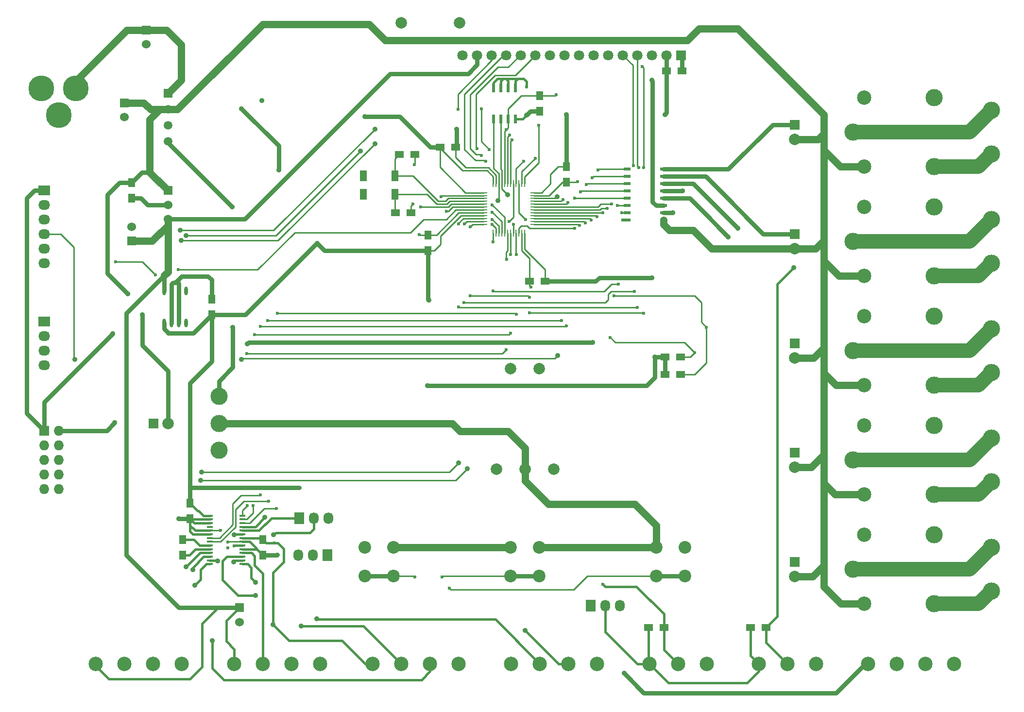
<source format=gbr>
G04 #@! TF.FileFunction,Copper,L1,Top,Signal*
%FSLAX46Y46*%
G04 Gerber Fmt 4.6, Leading zero omitted, Abs format (unit mm)*
G04 Created by KiCad (PCBNEW 0.201503150816+5513~22~ubuntu14.04.1-product) date Thu 23 Apr 2015 07:30:57 PM EDT*
%MOMM*%
G01*
G04 APERTURE LIST*
%ADD10C,0.100000*%
%ADD11R,1.300000X1.500000*%
%ADD12R,1.524000X1.524000*%
%ADD13C,1.524000*%
%ADD14C,1.998980*%
%ADD15R,1.699260X1.699260*%
%ADD16R,1.727200X2.032000*%
%ADD17O,1.727200X2.032000*%
%ADD18C,2.500000*%
%ADD19C,3.000000*%
%ADD20R,2.032000X1.727200*%
%ADD21O,2.032000X1.727200*%
%ADD22C,4.500000*%
%ADD23R,1.500000X1.300000*%
%ADD24C,2.200000*%
%ADD25C,2.000000*%
%ADD26C,1.800000*%
%ADD27R,1.800000X1.800000*%
%ADD28R,1.100000X0.400000*%
%ADD29O,0.609600X1.473200*%
%ADD30C,1.500000*%
%ADD31R,1.500000X1.500000*%
%ADD32R,1.727200X1.727200*%
%ADD33O,1.727200X1.727200*%
%ADD34R,1.300000X0.250000*%
%ADD35R,0.250000X1.300000*%
%ADD36R,0.600000X1.550000*%
%ADD37R,1.143000X0.508000*%
%ADD38R,1.300000X1.900000*%
%ADD39C,0.600000*%
%ADD40C,0.889000*%
%ADD41C,0.762000*%
%ADD42C,0.381000*%
%ADD43C,0.250000*%
%ADD44C,1.270000*%
%ADD45C,0.254000*%
%ADD46C,2.540000*%
G04 APERTURE END LIST*
D10*
D11*
X83820000Y-120570000D03*
X83820000Y-123270000D03*
X82550000Y-126920000D03*
X82550000Y-129620000D03*
X96520000Y-126920000D03*
X96520000Y-129620000D03*
X87630000Y-87710000D03*
X87630000Y-85010000D03*
D12*
X76200000Y-38120000D03*
D13*
X76200000Y-40620000D03*
D11*
X73660000Y-64690000D03*
X73660000Y-67390000D03*
D12*
X73660000Y-74910000D03*
D13*
X73660000Y-72410000D03*
D12*
X72390000Y-50820000D03*
D13*
X72390000Y-53320000D03*
D12*
X92456000Y-138831000D03*
D13*
X92456000Y-141331000D03*
D14*
X189230000Y-57150000D03*
D15*
X189230000Y-54610000D03*
D14*
X189230000Y-95250000D03*
D15*
X189230000Y-92710000D03*
D14*
X189230000Y-114300000D03*
D15*
X189230000Y-111760000D03*
D14*
X189230000Y-76200000D03*
D15*
X189230000Y-73660000D03*
D14*
X189230000Y-133350000D03*
D15*
X189230000Y-130810000D03*
D14*
X80010000Y-106680000D03*
D15*
X77470000Y-106680000D03*
D16*
X102870000Y-123190000D03*
D17*
X105410000Y-123190000D03*
X107950000Y-123190000D03*
D16*
X107823000Y-129667000D03*
D17*
X105283000Y-129667000D03*
X102743000Y-129667000D03*
D16*
X153670000Y-138430000D03*
D17*
X156210000Y-138430000D03*
X158750000Y-138430000D03*
D18*
X201340000Y-61930000D03*
D19*
X213540000Y-61930000D03*
X213590000Y-49880000D03*
D18*
X201340000Y-49930000D03*
D19*
X199390000Y-55880000D03*
D18*
X201340000Y-80980000D03*
D19*
X213540000Y-80980000D03*
X213590000Y-68930000D03*
D18*
X201340000Y-68980000D03*
D19*
X199390000Y-74930000D03*
D18*
X201340000Y-100030000D03*
D19*
X213540000Y-100030000D03*
X213590000Y-87980000D03*
D18*
X201340000Y-88030000D03*
D19*
X199390000Y-93980000D03*
D18*
X201340000Y-138130000D03*
D19*
X213540000Y-138130000D03*
X213590000Y-126080000D03*
D18*
X201340000Y-126130000D03*
D19*
X199390000Y-132080000D03*
D18*
X201340000Y-119080000D03*
D19*
X213540000Y-119080000D03*
X213590000Y-107030000D03*
D18*
X201340000Y-107080000D03*
D19*
X199390000Y-113030000D03*
D20*
X58420000Y-88900000D03*
D21*
X58420000Y-91440000D03*
X58420000Y-93980000D03*
X58420000Y-96520000D03*
D20*
X58420000Y-66040000D03*
D21*
X58420000Y-68580000D03*
X58420000Y-71120000D03*
X58420000Y-73660000D03*
X58420000Y-76200000D03*
X58420000Y-78740000D03*
D18*
X82430000Y-148590000D03*
X77430000Y-148590000D03*
X72430000Y-148590000D03*
X67430000Y-148590000D03*
X106560000Y-148590000D03*
X101560000Y-148590000D03*
X96560000Y-148590000D03*
X91560000Y-148590000D03*
X130690000Y-148590000D03*
X125690000Y-148590000D03*
X120690000Y-148590000D03*
X115690000Y-148590000D03*
X154820000Y-148590000D03*
X149820000Y-148590000D03*
X144820000Y-148590000D03*
X139820000Y-148590000D03*
D19*
X223520000Y-52070000D03*
X223520000Y-59690000D03*
X223520000Y-71120000D03*
X223520000Y-78740000D03*
X223520000Y-90170000D03*
X223520000Y-97790000D03*
X223520000Y-128270000D03*
X223520000Y-135890000D03*
X223520000Y-109220000D03*
X223520000Y-116840000D03*
D18*
X217050000Y-148590000D03*
X212050000Y-148590000D03*
X207050000Y-148590000D03*
X202050000Y-148590000D03*
X173910000Y-148590000D03*
X163910000Y-148590000D03*
X168910000Y-148590000D03*
X192960000Y-148590000D03*
X182960000Y-148590000D03*
X187960000Y-148590000D03*
D22*
X57960000Y-48260000D03*
X63960000Y-48260000D03*
X60960000Y-52960000D03*
D14*
X120650000Y-36830000D03*
X130810000Y-36830000D03*
D23*
X169371000Y-98171000D03*
X166671000Y-98171000D03*
X166450000Y-142240000D03*
X163750000Y-142240000D03*
X184230000Y-142240000D03*
X181530000Y-142240000D03*
X169371000Y-95123000D03*
X166671000Y-95123000D03*
D24*
X139740000Y-128310000D03*
X144740000Y-133310000D03*
X144740000Y-128310000D03*
X139740000Y-133310000D03*
X114340000Y-128310000D03*
X119340000Y-133310000D03*
X119340000Y-128310000D03*
X114340000Y-133310000D03*
X165140000Y-128310000D03*
X170140000Y-133310000D03*
X170140000Y-128310000D03*
X165140000Y-133310000D03*
D25*
X137240000Y-114640000D03*
X142240000Y-114640000D03*
X147240000Y-114640000D03*
X139740000Y-97140000D03*
X144740000Y-97140000D03*
D19*
X88900000Y-111380000D03*
X88900000Y-101980000D03*
X88900000Y-106680000D03*
D26*
X133910000Y-42500000D03*
X131370000Y-42500000D03*
X136450000Y-42500000D03*
X161850000Y-42500000D03*
X149150000Y-42500000D03*
X146610000Y-42500000D03*
X144070000Y-42500000D03*
X141530000Y-42500000D03*
X151690000Y-42500000D03*
X154230000Y-42500000D03*
X156770000Y-42500000D03*
X138990000Y-42500000D03*
X159310000Y-42500000D03*
X164390000Y-42500000D03*
X166930000Y-42500000D03*
D27*
X169470000Y-42500000D03*
D28*
X87320000Y-122775000D03*
X87320000Y-123425000D03*
X87320000Y-124075000D03*
X87320000Y-124725000D03*
X87320000Y-125375000D03*
X87320000Y-126025000D03*
X87320000Y-126675000D03*
X87320000Y-127325000D03*
X87320000Y-127975000D03*
X87320000Y-128625000D03*
X87320000Y-129275000D03*
X87320000Y-129925000D03*
X87320000Y-130575000D03*
X87320000Y-131225000D03*
X93020000Y-131225000D03*
X93020000Y-130575000D03*
X93020000Y-129925000D03*
X93020000Y-129275000D03*
X93020000Y-128625000D03*
X93020000Y-127975000D03*
X93020000Y-127325000D03*
X93020000Y-126675000D03*
X93020000Y-126025000D03*
X93020000Y-125375000D03*
X93020000Y-124725000D03*
X93020000Y-124075000D03*
X93020000Y-123425000D03*
X93020000Y-122775000D03*
D13*
X80010000Y-71080000D03*
D12*
X80010000Y-66080000D03*
D13*
X80010000Y-68580000D03*
D29*
X79375000Y-89154000D03*
X80645000Y-89154000D03*
X81915000Y-89154000D03*
X83185000Y-89154000D03*
X83185000Y-83566000D03*
X81915000Y-83566000D03*
X80645000Y-83566000D03*
X79375000Y-83566000D03*
D30*
X80010000Y-57540000D03*
D31*
X80010000Y-49140000D03*
D30*
X80010000Y-51940000D03*
X80010000Y-54740000D03*
D32*
X58420000Y-107950000D03*
D33*
X60960000Y-107950000D03*
X58420000Y-110490000D03*
X60960000Y-110490000D03*
X58420000Y-113030000D03*
X60960000Y-113030000D03*
X58420000Y-115570000D03*
X60960000Y-115570000D03*
X58420000Y-118110000D03*
X60960000Y-118110000D03*
D11*
X144780000Y-52277000D03*
X144780000Y-49577000D03*
X149479000Y-61896000D03*
X149479000Y-64596000D03*
D23*
X145749000Y-81915000D03*
X143049000Y-81915000D03*
D11*
X125349000Y-76534000D03*
X125349000Y-73834000D03*
D23*
X127428000Y-58547000D03*
X130128000Y-58547000D03*
X123016000Y-59817000D03*
X120316000Y-59817000D03*
X122381000Y-69977000D03*
X119681000Y-69977000D03*
X166925000Y-45212000D03*
X169625000Y-45212000D03*
D34*
X135096000Y-66465000D03*
X135096000Y-66965000D03*
X135096000Y-67465000D03*
X135096000Y-67965000D03*
X135096000Y-68465000D03*
X135096000Y-68965000D03*
X135096000Y-69465000D03*
X135096000Y-69965000D03*
X135096000Y-70465000D03*
X135096000Y-70965000D03*
X135096000Y-71465000D03*
X135096000Y-71965000D03*
D35*
X136696000Y-73565000D03*
X137196000Y-73565000D03*
X137696000Y-73565000D03*
X138196000Y-73565000D03*
X138696000Y-73565000D03*
X139196000Y-73565000D03*
X139696000Y-73565000D03*
X140196000Y-73565000D03*
X140696000Y-73565000D03*
X141196000Y-73565000D03*
X141696000Y-73565000D03*
X142196000Y-73565000D03*
D34*
X143796000Y-71965000D03*
X143796000Y-71465000D03*
X143796000Y-70965000D03*
X143796000Y-70465000D03*
X143796000Y-69965000D03*
X143796000Y-69465000D03*
X143796000Y-68965000D03*
X143796000Y-68465000D03*
X143796000Y-67965000D03*
X143796000Y-67465000D03*
X143796000Y-66965000D03*
X143796000Y-66465000D03*
D35*
X142196000Y-64865000D03*
X141696000Y-64865000D03*
X141196000Y-64865000D03*
X140696000Y-64865000D03*
X140196000Y-64865000D03*
X139696000Y-64865000D03*
X139196000Y-64865000D03*
X138696000Y-64865000D03*
X138196000Y-64865000D03*
X137696000Y-64865000D03*
X137196000Y-64865000D03*
X136696000Y-64865000D03*
D36*
X140589000Y-48227000D03*
X139319000Y-48227000D03*
X138049000Y-48227000D03*
X136779000Y-48227000D03*
X136779000Y-53627000D03*
X138049000Y-53627000D03*
X139319000Y-53627000D03*
X140589000Y-53627000D03*
D37*
X166370000Y-62357000D03*
X166370000Y-64897000D03*
X166370000Y-66167000D03*
X166370000Y-67437000D03*
X166370000Y-68707000D03*
X166370000Y-69977000D03*
X166370000Y-71247000D03*
X160020000Y-71247000D03*
X160020000Y-69977000D03*
X160020000Y-68707000D03*
X160020000Y-67437000D03*
X160020000Y-66167000D03*
X160020000Y-64897000D03*
X160020000Y-63627000D03*
X160020000Y-62357000D03*
X166370000Y-63627000D03*
D38*
X114090000Y-66751000D03*
X119590000Y-66751000D03*
X119590000Y-63551000D03*
X114090000Y-63551000D03*
D39*
X102870000Y-117856000D03*
D40*
X159512000Y-150241000D03*
X149479000Y-52832000D03*
X166624000Y-52832000D03*
X142494000Y-52959000D03*
X125222000Y-100076000D03*
X125476000Y-85217000D03*
X164338000Y-81280000D03*
X164846000Y-95123000D03*
X114300000Y-53213000D03*
X92837000Y-51816000D03*
X106045000Y-75311000D03*
X99314000Y-62484000D03*
X80137000Y-90932000D03*
X70358000Y-91059000D03*
D39*
X104267000Y-106680000D03*
X142494000Y-48006000D03*
X90424000Y-128397000D03*
X90424000Y-127381000D03*
X89154000Y-125349000D03*
D40*
X98980000Y-129620000D03*
X81915000Y-123317000D03*
X70739000Y-106553000D03*
D39*
X130302000Y-57023000D03*
D40*
X130302000Y-55372000D03*
X96393000Y-50419000D03*
X81280000Y-82169000D03*
D39*
X123825000Y-73787000D03*
X151384000Y-64516000D03*
X147701000Y-49403000D03*
X138938000Y-55499000D03*
X122936000Y-61595000D03*
X122682000Y-68453000D03*
X143256000Y-82931000D03*
X159258000Y-71247000D03*
X98552000Y-127508000D03*
X91567000Y-128016000D03*
D40*
X98298000Y-141732000D03*
X93853000Y-92837000D03*
X154051000Y-92583000D03*
X73025000Y-84074000D03*
X75565000Y-87757000D03*
X179324000Y-72644000D03*
X177673000Y-74168000D03*
X169672000Y-66167000D03*
X98425000Y-126111000D03*
X91567000Y-126111000D03*
X96901000Y-123063000D03*
D39*
X139954000Y-57277000D03*
D40*
X113538000Y-59182000D03*
X83185000Y-73914000D03*
D39*
X139573000Y-56388000D03*
D40*
X116078000Y-57912000D03*
X82296000Y-74803000D03*
D39*
X144653000Y-54737000D03*
D40*
X116078000Y-55372000D03*
X82169000Y-73025000D03*
X147828000Y-67183000D03*
X147955000Y-94869000D03*
X92837000Y-95504000D03*
X63754000Y-95504000D03*
D39*
X81788000Y-79883000D03*
X77851000Y-80772000D03*
X70866000Y-78486000D03*
D40*
X84328000Y-132207000D03*
X83185000Y-131699000D03*
X95250000Y-136652000D03*
X84709000Y-134874000D03*
X87757000Y-144526000D03*
X103251000Y-141986000D03*
X88646000Y-130683000D03*
X95250000Y-134366000D03*
X142240000Y-142748000D03*
X105918000Y-140716000D03*
X91440000Y-130810000D03*
D39*
X173863000Y-89916000D03*
X157353000Y-68453000D03*
X157734000Y-84455000D03*
X156591000Y-69215000D03*
X157099000Y-91694000D03*
X171831000Y-94361000D03*
X155829000Y-69977000D03*
X155829000Y-134747000D03*
X144018000Y-60452000D03*
D40*
X189103000Y-79502000D03*
X164338000Y-46863000D03*
D39*
X127635000Y-67183000D03*
X127762000Y-133477000D03*
X124079000Y-68961000D03*
X123063000Y-133477000D03*
X128524000Y-69723000D03*
X129032000Y-135382000D03*
X139446000Y-71501000D03*
X142367000Y-71120000D03*
X140208000Y-72009000D03*
D40*
X91186000Y-68961000D03*
X91313000Y-89916000D03*
D39*
X136525000Y-68580000D03*
X136017000Y-58928000D03*
X134620000Y-51816000D03*
X130556000Y-51943000D03*
X130683000Y-71882000D03*
X130683000Y-86360000D03*
X161798000Y-86487000D03*
X162052000Y-62103000D03*
X136525000Y-72009000D03*
X133858000Y-58801000D03*
X136525000Y-71120000D03*
X134620000Y-59944000D03*
X132715000Y-72390000D03*
X132715000Y-84455000D03*
X143002000Y-84709000D03*
X143002000Y-87376000D03*
X162941000Y-87503000D03*
X162941000Y-62103000D03*
X162687000Y-44450000D03*
X136525000Y-69850000D03*
X135382000Y-60960000D03*
X131699000Y-71882000D03*
X131572000Y-85598000D03*
X161290000Y-83693000D03*
X161163000Y-61722000D03*
X158496000Y-82423000D03*
X136652000Y-83566000D03*
X136652000Y-75057000D03*
X158369000Y-68707000D03*
X139065000Y-78105000D03*
X138938000Y-93853000D03*
X93726000Y-94488000D03*
X93853000Y-121031000D03*
X139700000Y-77216000D03*
X139700000Y-90932000D03*
X95123000Y-91186000D03*
X94869000Y-121031000D03*
X140716000Y-77216000D03*
X140716000Y-87630000D03*
X99060000Y-87503000D03*
X98933000Y-121539000D03*
X154813000Y-70612000D03*
X154940000Y-62484000D03*
X153797000Y-71247000D03*
X153924000Y-63881000D03*
X152781000Y-71755000D03*
X152908000Y-65024000D03*
X151765000Y-72136000D03*
X151892000Y-66294000D03*
X150876000Y-72644000D03*
X150876000Y-67437000D03*
X149733000Y-68199000D03*
X149479000Y-89662000D03*
X96139000Y-89789000D03*
X96139000Y-119126000D03*
X97536000Y-120269000D03*
X97409000Y-88773000D03*
X148590000Y-88773000D03*
X148844000Y-67691000D03*
D40*
X85725000Y-116586000D03*
X132207000Y-114554000D03*
X139192000Y-66802000D03*
X85852000Y-115189000D03*
X130683000Y-113538000D03*
X137541000Y-67818000D03*
X168021000Y-69977000D03*
D39*
X159131000Y-69977000D03*
X141986000Y-60960000D03*
D41*
X102870000Y-117856000D02*
X83820000Y-117856000D01*
X83820000Y-117856000D02*
X83947000Y-117856000D01*
X83947000Y-117856000D02*
X83820000Y-117856000D01*
X202050000Y-148590000D02*
X201549000Y-148590000D01*
X201549000Y-148590000D02*
X196469000Y-153670000D01*
X196469000Y-153670000D02*
X162941000Y-153670000D01*
X162941000Y-153670000D02*
X159512000Y-150241000D01*
X149479000Y-61896000D02*
X149479000Y-52832000D01*
D42*
X140589000Y-53627000D02*
X141826000Y-53627000D01*
X141826000Y-53627000D02*
X142494000Y-52959000D01*
D41*
X166925000Y-45212000D02*
X166925000Y-42505000D01*
X166925000Y-42505000D02*
X166930000Y-42500000D01*
X166925000Y-52531000D02*
X166925000Y-45212000D01*
X166624000Y-52832000D02*
X166925000Y-52531000D01*
X144780000Y-52277000D02*
X143176000Y-52277000D01*
X143176000Y-52277000D02*
X142494000Y-52959000D01*
X125349000Y-76534000D02*
X125349000Y-85090000D01*
X164846000Y-98679000D02*
X164846000Y-95123000D01*
X163449000Y-100076000D02*
X164846000Y-98679000D01*
X125222000Y-100076000D02*
X163449000Y-100076000D01*
X125349000Y-85090000D02*
X125476000Y-85217000D01*
X166671000Y-95123000D02*
X166671000Y-98171000D01*
X145749000Y-81915000D02*
X154559000Y-81915000D01*
X154559000Y-81915000D02*
X155194000Y-81280000D01*
X155194000Y-81280000D02*
X164338000Y-81280000D01*
X164846000Y-95123000D02*
X166671000Y-95123000D01*
X125349000Y-76534000D02*
X107268000Y-76534000D01*
X107268000Y-76534000D02*
X106045000Y-75311000D01*
X127428000Y-58547000D02*
X125730000Y-58547000D01*
X120396000Y-53213000D02*
X114300000Y-53213000D01*
X125730000Y-58547000D02*
X120396000Y-53213000D01*
X106045000Y-75311000D02*
X106045000Y-75184000D01*
X87630000Y-87710000D02*
X93519000Y-87710000D01*
X93519000Y-87710000D02*
X106045000Y-75184000D01*
X99314000Y-58293000D02*
X99314000Y-62484000D01*
X92837000Y-51816000D02*
X99314000Y-58293000D01*
X58420000Y-66040000D02*
X56769000Y-66040000D01*
X55372000Y-104902000D02*
X58420000Y-107950000D01*
X55372000Y-67437000D02*
X55372000Y-104902000D01*
X56769000Y-66040000D02*
X55372000Y-67437000D01*
X58420000Y-107950000D02*
X58420000Y-102997000D01*
X58420000Y-102997000D02*
X70358000Y-91059000D01*
D42*
X87320000Y-122775000D02*
X86199000Y-122775000D01*
X85170000Y-121920000D02*
X83820000Y-120570000D01*
X85344000Y-121920000D02*
X85170000Y-121920000D01*
X86199000Y-122775000D02*
X85344000Y-121920000D01*
X93020000Y-125375000D02*
X95859000Y-125375000D01*
X98044000Y-123190000D02*
X102870000Y-123190000D01*
X95859000Y-125375000D02*
X98044000Y-123190000D01*
D41*
X87630000Y-87710000D02*
X87630000Y-95885000D01*
X87630000Y-95885000D02*
X83820000Y-99695000D01*
X83820000Y-99695000D02*
X83820000Y-117856000D01*
X83820000Y-117856000D02*
X83820000Y-120570000D01*
X79375000Y-89154000D02*
X79375000Y-90170000D01*
X84408000Y-90932000D02*
X87630000Y-87710000D01*
X80137000Y-90932000D02*
X84408000Y-90932000D01*
X79375000Y-90170000D02*
X80137000Y-90932000D01*
D43*
X145117000Y-66465000D02*
X146685000Y-64897000D01*
X146685000Y-64897000D02*
X146685000Y-63246000D01*
X146685000Y-63246000D02*
X148035000Y-61896000D01*
X148035000Y-61896000D02*
X149479000Y-61896000D01*
X143796000Y-66465000D02*
X145117000Y-66465000D01*
X131870000Y-66465000D02*
X127428000Y-62023000D01*
X127428000Y-62023000D02*
X127428000Y-58547000D01*
X135096000Y-66465000D02*
X131870000Y-66465000D01*
X131084000Y-70465000D02*
X127508000Y-74041000D01*
X127508000Y-74041000D02*
X127508000Y-75438000D01*
X127508000Y-75438000D02*
X126412000Y-76534000D01*
X126412000Y-76534000D02*
X125349000Y-76534000D01*
X135096000Y-70465000D02*
X131084000Y-70465000D01*
X131318000Y-62611000D02*
X135636000Y-62611000D01*
X135636000Y-62611000D02*
X136696000Y-63671000D01*
X136696000Y-63671000D02*
X136696000Y-64865000D01*
X127428000Y-58721000D02*
X131318000Y-62611000D01*
X127428000Y-58547000D02*
X127428000Y-58721000D01*
X142196000Y-76283000D02*
X145749000Y-79836000D01*
X145749000Y-79836000D02*
X145749000Y-81915000D01*
X142196000Y-73565000D02*
X142196000Y-76283000D01*
D44*
X139740000Y-128310000D02*
X119340000Y-128310000D01*
X144740000Y-128310000D02*
X165140000Y-128310000D01*
X142240000Y-114640000D02*
X142240000Y-116713000D01*
X165140000Y-124500000D02*
X165140000Y-128310000D01*
X161417000Y-120777000D02*
X165140000Y-124500000D01*
X146304000Y-120777000D02*
X161417000Y-120777000D01*
X142240000Y-116713000D02*
X146304000Y-120777000D01*
X104267000Y-106680000D02*
X129540000Y-106680000D01*
X88900000Y-106680000D02*
X104267000Y-106680000D01*
X142240000Y-110998000D02*
X142240000Y-114640000D01*
X139319000Y-108077000D02*
X142240000Y-110998000D01*
X130937000Y-108077000D02*
X139319000Y-108077000D01*
X129540000Y-106680000D02*
X130937000Y-108077000D01*
D42*
X140589000Y-48227000D02*
X140589000Y-46990000D01*
X140589000Y-46990000D02*
X140970000Y-46609000D01*
X139319000Y-48227000D02*
X139319000Y-46990000D01*
X139319000Y-46990000D02*
X138938000Y-46609000D01*
X138049000Y-48227000D02*
X138049000Y-46990000D01*
X138049000Y-46990000D02*
X138430000Y-46609000D01*
X136779000Y-48227000D02*
X136779000Y-47244000D01*
X142494000Y-47117000D02*
X142494000Y-48006000D01*
X141986000Y-46609000D02*
X142494000Y-47117000D01*
X137414000Y-46609000D02*
X138430000Y-46609000D01*
X138430000Y-46609000D02*
X138938000Y-46609000D01*
X138938000Y-46609000D02*
X140970000Y-46609000D01*
X140970000Y-46609000D02*
X141986000Y-46609000D01*
X136779000Y-47244000D02*
X137414000Y-46609000D01*
D45*
X90480000Y-127325000D02*
X90424000Y-127381000D01*
X93020000Y-127325000D02*
X90480000Y-127325000D01*
X89128000Y-125375000D02*
X89154000Y-125349000D01*
X89128000Y-125375000D02*
X87320000Y-125375000D01*
D41*
X96520000Y-129620000D02*
X98980000Y-129620000D01*
X98980000Y-129620000D02*
X99060000Y-129540000D01*
D42*
X98980000Y-129620000D02*
X99060000Y-129540000D01*
D41*
X83820000Y-123270000D02*
X81962000Y-123270000D01*
X81962000Y-123270000D02*
X81915000Y-123317000D01*
X60960000Y-107950000D02*
X69342000Y-107950000D01*
X69342000Y-107950000D02*
X70739000Y-106553000D01*
X130302000Y-57023000D02*
X130302000Y-58373000D01*
X130302000Y-58373000D02*
X130128000Y-58547000D01*
X130302000Y-55372000D02*
X130302000Y-57023000D01*
D43*
X130128000Y-57197000D02*
X130128000Y-58547000D01*
X130128000Y-57197000D02*
X130302000Y-57023000D01*
D41*
X169625000Y-45212000D02*
X169625000Y-42655000D01*
X169625000Y-42655000D02*
X169470000Y-42500000D01*
D42*
X87320000Y-126025000D02*
X84369000Y-126025000D01*
X83820000Y-125476000D02*
X83820000Y-123270000D01*
X84369000Y-126025000D02*
X83820000Y-125476000D01*
X87320000Y-125375000D02*
X84735000Y-125375000D01*
X84735000Y-125375000D02*
X83820000Y-124460000D01*
X83820000Y-124460000D02*
X83820000Y-123270000D01*
X87320000Y-124075000D02*
X84625000Y-124075000D01*
X84625000Y-124075000D02*
X83820000Y-123270000D01*
X87320000Y-123425000D02*
X83975000Y-123425000D01*
X83975000Y-123425000D02*
X83820000Y-123270000D01*
D41*
X80645000Y-89154000D02*
X80645000Y-83566000D01*
X81915000Y-89154000D02*
X81915000Y-83566000D01*
X87630000Y-85010000D02*
X87630000Y-81661000D01*
X82423000Y-81026000D02*
X81280000Y-82169000D01*
X86995000Y-81026000D02*
X82423000Y-81026000D01*
X87630000Y-81661000D02*
X86995000Y-81026000D01*
X80645000Y-83566000D02*
X80645000Y-82423000D01*
X81915000Y-82296000D02*
X81915000Y-83566000D01*
X81788000Y-82169000D02*
X81915000Y-82296000D01*
X80899000Y-82169000D02*
X81280000Y-82169000D01*
X81280000Y-82169000D02*
X81788000Y-82169000D01*
X80645000Y-82423000D02*
X80899000Y-82169000D01*
X73660000Y-67390000D02*
X75264000Y-67390000D01*
X76454000Y-68580000D02*
X80010000Y-68580000D01*
X75264000Y-67390000D02*
X76454000Y-68580000D01*
D42*
X93020000Y-128625000D02*
X95525000Y-128625000D01*
X95525000Y-128625000D02*
X96520000Y-129620000D01*
X93020000Y-127325000D02*
X94225000Y-127325000D01*
X94225000Y-127325000D02*
X96520000Y-129620000D01*
D43*
X146395000Y-66965000D02*
X148764000Y-64596000D01*
X148764000Y-64596000D02*
X149479000Y-64596000D01*
X143796000Y-66965000D02*
X146395000Y-66965000D01*
X130695000Y-69965000D02*
X126826000Y-73834000D01*
X126826000Y-73834000D02*
X125349000Y-73834000D01*
X135096000Y-69965000D02*
X130695000Y-69965000D01*
X137196000Y-63409000D02*
X135890000Y-62103000D01*
X135890000Y-62103000D02*
X131953000Y-62103000D01*
X131953000Y-62103000D02*
X130128000Y-60278000D01*
X130128000Y-60278000D02*
X130128000Y-58547000D01*
X137196000Y-64865000D02*
X137196000Y-63409000D01*
X123872000Y-73834000D02*
X123825000Y-73787000D01*
X125349000Y-73834000D02*
X123872000Y-73834000D01*
X151304000Y-64596000D02*
X151384000Y-64516000D01*
X149479000Y-64596000D02*
X151304000Y-64596000D01*
X141696000Y-76545000D02*
X143049000Y-77898000D01*
X143049000Y-77898000D02*
X143049000Y-81915000D01*
X141696000Y-73565000D02*
X141696000Y-76545000D01*
X138938000Y-55499000D02*
X139319000Y-55118000D01*
X138696000Y-55741000D02*
X138938000Y-55499000D01*
X139319000Y-55118000D02*
X139319000Y-53627000D01*
X138696000Y-64865000D02*
X138696000Y-55741000D01*
X139319000Y-51816000D02*
X141558000Y-49577000D01*
X141558000Y-49577000D02*
X144780000Y-49577000D01*
X139319000Y-53627000D02*
X139319000Y-51816000D01*
X147527000Y-49577000D02*
X147701000Y-49403000D01*
X144780000Y-49577000D02*
X147527000Y-49577000D01*
X123016000Y-61515000D02*
X122936000Y-61595000D01*
X123016000Y-59817000D02*
X123016000Y-61515000D01*
X122381000Y-68754000D02*
X122682000Y-68453000D01*
X122381000Y-69977000D02*
X122381000Y-68754000D01*
X143049000Y-82724000D02*
X143256000Y-82931000D01*
X143049000Y-81915000D02*
X143049000Y-82724000D01*
X160020000Y-71247000D02*
X159258000Y-71247000D01*
X128877000Y-67465000D02*
X128397000Y-67945000D01*
X128397000Y-67945000D02*
X127127000Y-67945000D01*
X127127000Y-67945000D02*
X122733000Y-63551000D01*
X122733000Y-63551000D02*
X119590000Y-63551000D01*
X135096000Y-67465000D02*
X128877000Y-67465000D01*
X119590000Y-60543000D02*
X120316000Y-59817000D01*
X119590000Y-63551000D02*
X119590000Y-60543000D01*
X119590000Y-69886000D02*
X119681000Y-69977000D01*
X119590000Y-66751000D02*
X119590000Y-69886000D01*
X125171000Y-66751000D02*
X126873000Y-68453000D01*
X126873000Y-68453000D02*
X128651000Y-68453000D01*
X128651000Y-68453000D02*
X129139000Y-67965000D01*
X129139000Y-67965000D02*
X135096000Y-67965000D01*
X119590000Y-66751000D02*
X125171000Y-66751000D01*
D42*
X82550000Y-126920000D02*
X84502000Y-126920000D01*
X85557000Y-127975000D02*
X87320000Y-127975000D01*
X84502000Y-126920000D02*
X85557000Y-127975000D01*
X82550000Y-129620000D02*
X83740000Y-129620000D01*
X84735000Y-128625000D02*
X87320000Y-128625000D01*
X83740000Y-129620000D02*
X84735000Y-128625000D01*
X93020000Y-127975000D02*
X91608000Y-127975000D01*
X91608000Y-127975000D02*
X91567000Y-128016000D01*
D41*
X80010000Y-71080000D02*
X93385000Y-71080000D01*
X133910000Y-44144000D02*
X133910000Y-42500000D01*
X132334000Y-45720000D02*
X133910000Y-44144000D01*
X118745000Y-45720000D02*
X132334000Y-45720000D01*
X93385000Y-71080000D02*
X118745000Y-45720000D01*
D42*
X98298000Y-141732000D02*
X98298000Y-132715000D01*
X99187000Y-127508000D02*
X98552000Y-127508000D01*
X98552000Y-127508000D02*
X97108000Y-127508000D01*
X100203000Y-128524000D02*
X99187000Y-127508000D01*
X100203000Y-130810000D02*
X100203000Y-128524000D01*
X98298000Y-132715000D02*
X100203000Y-130810000D01*
X97108000Y-127508000D02*
X96520000Y-126920000D01*
D41*
X92456000Y-138831000D02*
X81935000Y-138831000D01*
X72771000Y-87503000D02*
X79375000Y-80899000D01*
X72771000Y-129667000D02*
X72771000Y-87503000D01*
X81935000Y-138831000D02*
X72771000Y-129667000D01*
D42*
X115690000Y-148590000D02*
X114427000Y-148590000D01*
X101092000Y-144526000D02*
X98298000Y-141732000D01*
X110363000Y-144526000D02*
X101092000Y-144526000D01*
X114427000Y-148590000D02*
X110363000Y-144526000D01*
X91560000Y-148590000D02*
X91560000Y-146043000D01*
X90170000Y-141117000D02*
X92456000Y-138831000D01*
X90170000Y-144653000D02*
X90170000Y-141117000D01*
X91560000Y-146043000D02*
X90170000Y-144653000D01*
X67430000Y-148590000D02*
X67430000Y-148964000D01*
X67430000Y-148964000D02*
X69723000Y-151257000D01*
X69723000Y-151257000D02*
X83820000Y-151257000D01*
X83820000Y-151257000D02*
X85979000Y-149098000D01*
X85979000Y-149098000D02*
X85979000Y-141605000D01*
X85979000Y-141605000D02*
X88753000Y-138831000D01*
X88753000Y-138831000D02*
X92456000Y-138831000D01*
D41*
X79375000Y-83566000D02*
X79375000Y-80899000D01*
D44*
X80010000Y-80264000D02*
X79375000Y-80899000D01*
X80010000Y-80264000D02*
X80010000Y-71080000D01*
X73660000Y-74910000D02*
X77236000Y-74910000D01*
X80010000Y-72136000D02*
X80010000Y-71080000D01*
X77236000Y-74910000D02*
X80010000Y-72136000D01*
D42*
X93020000Y-126675000D02*
X96275000Y-126675000D01*
X96275000Y-126675000D02*
X96520000Y-126920000D01*
D41*
X93853000Y-92837000D02*
X94107000Y-92583000D01*
X94107000Y-92583000D02*
X154051000Y-92583000D01*
D44*
X76200000Y-38120000D02*
X79776000Y-38120000D01*
X82296000Y-46854000D02*
X80010000Y-49140000D01*
X82296000Y-40640000D02*
X82296000Y-46854000D01*
X79776000Y-38120000D02*
X82296000Y-40640000D01*
X63960000Y-48260000D02*
X63960000Y-47038000D01*
X63960000Y-47038000D02*
X72878000Y-38120000D01*
X72878000Y-38120000D02*
X76200000Y-38120000D01*
D41*
X80010000Y-106680000D02*
X80010000Y-97536000D01*
X71581000Y-64690000D02*
X73660000Y-64690000D01*
X69469000Y-66802000D02*
X71581000Y-64690000D01*
X69469000Y-80518000D02*
X69469000Y-66802000D01*
X73025000Y-84074000D02*
X69469000Y-80518000D01*
X75565000Y-93091000D02*
X75565000Y-87757000D01*
X80010000Y-97536000D02*
X75565000Y-93091000D01*
X76835000Y-62905000D02*
X75445000Y-62905000D01*
X75445000Y-62905000D02*
X73660000Y-64690000D01*
D44*
X194310000Y-131318000D02*
X194310000Y-135128000D01*
X197312000Y-138130000D02*
X201340000Y-138130000D01*
X194310000Y-135128000D02*
X197312000Y-138130000D01*
X194310000Y-116967000D02*
X194310000Y-131318000D01*
X194310000Y-131318000D02*
X194310000Y-131445000D01*
X192405000Y-133350000D02*
X189230000Y-133350000D01*
X194310000Y-131445000D02*
X192405000Y-133350000D01*
X194310000Y-112141000D02*
X194310000Y-116967000D01*
X194310000Y-116967000D02*
X194310000Y-117094000D01*
X196296000Y-119080000D02*
X201340000Y-119080000D01*
X194310000Y-117094000D02*
X196296000Y-119080000D01*
X194310000Y-97663000D02*
X194310000Y-112141000D01*
X192151000Y-114300000D02*
X189230000Y-114300000D01*
X194310000Y-112141000D02*
X192151000Y-114300000D01*
X194310000Y-93472000D02*
X194310000Y-97663000D01*
X194310000Y-97663000D02*
X194310000Y-97917000D01*
X196423000Y-100030000D02*
X201340000Y-100030000D01*
X194310000Y-97917000D02*
X196423000Y-100030000D01*
X194310000Y-78359000D02*
X194310000Y-93472000D01*
X192532000Y-95250000D02*
X189230000Y-95250000D01*
X194310000Y-93472000D02*
X192532000Y-95250000D01*
X194310000Y-74803000D02*
X194310000Y-78359000D01*
X196931000Y-80980000D02*
X201340000Y-80980000D01*
X194310000Y-78359000D02*
X196931000Y-80980000D01*
X194310000Y-57277000D02*
X194310000Y-74803000D01*
X192913000Y-76200000D02*
X189230000Y-76200000D01*
X194310000Y-74803000D02*
X192913000Y-76200000D01*
X194310000Y-56134000D02*
X194310000Y-57277000D01*
X194310000Y-57277000D02*
X194310000Y-59055000D01*
X197185000Y-61930000D02*
X201340000Y-61930000D01*
X194310000Y-59055000D02*
X197185000Y-61930000D01*
X80010000Y-51940000D02*
X81664000Y-51940000D01*
X193294000Y-57150000D02*
X189230000Y-57150000D01*
X194310000Y-56134000D02*
X193294000Y-57150000D01*
X194310000Y-52832000D02*
X194310000Y-56134000D01*
X179324000Y-37846000D02*
X194310000Y-52832000D01*
X172593000Y-37846000D02*
X179324000Y-37846000D01*
X170561000Y-39878000D02*
X172593000Y-37846000D01*
X117856000Y-39878000D02*
X170561000Y-39878000D01*
X115062000Y-37084000D02*
X117856000Y-39878000D01*
X96520000Y-37084000D02*
X115062000Y-37084000D01*
X81664000Y-51940000D02*
X96520000Y-37084000D01*
X80010000Y-51940000D02*
X78616000Y-51940000D01*
X76835000Y-62905000D02*
X80010000Y-66080000D01*
X76835000Y-53721000D02*
X76835000Y-62905000D01*
X78616000Y-51940000D02*
X76835000Y-53721000D01*
X72390000Y-50820000D02*
X75839000Y-50820000D01*
X76959000Y-51940000D02*
X80010000Y-51940000D01*
X75839000Y-50820000D02*
X76959000Y-51940000D01*
X166370000Y-72009000D02*
X167386000Y-73025000D01*
X167386000Y-73025000D02*
X171577000Y-73025000D01*
X174752000Y-76200000D02*
X171577000Y-73025000D01*
X174752000Y-76200000D02*
X189230000Y-76200000D01*
X166370000Y-71247000D02*
X166370000Y-72009000D01*
D41*
X185420000Y-54610000D02*
X189230000Y-54610000D01*
X177673000Y-62357000D02*
X185420000Y-54610000D01*
X166370000Y-62357000D02*
X177673000Y-62357000D01*
X171577000Y-64897000D02*
X173355000Y-66675000D01*
X179324000Y-72644000D02*
X173355000Y-66675000D01*
X166370000Y-64897000D02*
X171577000Y-64897000D01*
X170942000Y-67437000D02*
X172720000Y-69215000D01*
X177673000Y-74168000D02*
X172720000Y-69215000D01*
X166370000Y-67437000D02*
X170942000Y-67437000D01*
X173736000Y-63627000D02*
X175514000Y-65405000D01*
X183769000Y-73660000D02*
X175514000Y-65405000D01*
X183769000Y-73660000D02*
X189230000Y-73660000D01*
X166370000Y-63627000D02*
X173736000Y-63627000D01*
X167894000Y-66167000D02*
X166370000Y-66167000D01*
X167894000Y-66167000D02*
X169672000Y-66167000D01*
D42*
X93020000Y-126025000D02*
X91653000Y-126025000D01*
X105410000Y-125095000D02*
X105410000Y-123190000D01*
X104775000Y-125730000D02*
X105410000Y-125095000D01*
X98806000Y-125730000D02*
X104775000Y-125730000D01*
X98425000Y-126111000D02*
X98806000Y-125730000D01*
X91653000Y-126025000D02*
X91567000Y-126111000D01*
X93020000Y-124725000D02*
X95239000Y-124725000D01*
X95239000Y-124725000D02*
X96901000Y-123063000D01*
X182960000Y-148590000D02*
X182960000Y-149907000D01*
X167212000Y-151892000D02*
X163910000Y-148590000D01*
X180975000Y-151892000D02*
X167212000Y-151892000D01*
X182960000Y-149907000D02*
X180975000Y-151892000D01*
X181530000Y-142240000D02*
X181530000Y-147160000D01*
X181530000Y-147160000D02*
X182960000Y-148590000D01*
X163750000Y-142240000D02*
X163750000Y-148430000D01*
X163750000Y-148430000D02*
X163910000Y-148590000D01*
X163910000Y-148590000D02*
X161798000Y-148590000D01*
X161798000Y-148590000D02*
X156210000Y-143002000D01*
X156210000Y-143002000D02*
X156210000Y-138430000D01*
D46*
X213540000Y-61930000D02*
X221280000Y-61930000D01*
X221280000Y-61930000D02*
X223520000Y-59690000D01*
X199390000Y-55880000D02*
X219710000Y-55880000D01*
X219710000Y-55880000D02*
X223520000Y-52070000D01*
X213540000Y-80980000D02*
X221280000Y-80980000D01*
X221280000Y-80980000D02*
X223520000Y-78740000D01*
X199390000Y-74930000D02*
X219710000Y-74930000D01*
X219710000Y-74930000D02*
X223520000Y-71120000D01*
X213540000Y-100030000D02*
X221280000Y-100030000D01*
X221280000Y-100030000D02*
X223520000Y-97790000D01*
X199390000Y-93980000D02*
X219710000Y-93980000D01*
X219710000Y-93980000D02*
X223520000Y-90170000D01*
X213540000Y-138130000D02*
X221280000Y-138130000D01*
X221280000Y-138130000D02*
X223520000Y-135890000D01*
X199390000Y-132080000D02*
X219710000Y-132080000D01*
X219710000Y-132080000D02*
X223520000Y-128270000D01*
X213540000Y-119080000D02*
X221280000Y-119080000D01*
X221280000Y-119080000D02*
X223520000Y-116840000D01*
X199390000Y-113030000D02*
X219710000Y-113030000D01*
X219710000Y-113030000D02*
X223520000Y-109220000D01*
D43*
X139696000Y-57535000D02*
X139696000Y-64865000D01*
X139696000Y-57535000D02*
X139954000Y-57277000D01*
D45*
X113538000Y-59182000D02*
X98806000Y-73914000D01*
X98806000Y-73914000D02*
X83185000Y-73914000D01*
D43*
X139196000Y-56765000D02*
X139196000Y-64865000D01*
X139196000Y-56765000D02*
X139573000Y-56388000D01*
D45*
X116078000Y-57912000D02*
X99187000Y-74803000D01*
X99187000Y-74803000D02*
X82296000Y-74803000D01*
D43*
X142196000Y-63671000D02*
X144653000Y-61214000D01*
X144653000Y-61214000D02*
X144653000Y-54737000D01*
D45*
X116078000Y-55372000D02*
X98425000Y-73025000D01*
X98425000Y-73025000D02*
X82169000Y-73025000D01*
D43*
X142196000Y-64865000D02*
X142196000Y-63671000D01*
X147546000Y-67465000D02*
X147828000Y-67183000D01*
X147955000Y-94869000D02*
X147447000Y-95377000D01*
X147447000Y-95377000D02*
X92964000Y-95377000D01*
X92964000Y-95377000D02*
X92837000Y-95504000D01*
X63754000Y-95504000D02*
X63627000Y-95377000D01*
X63627000Y-95377000D02*
X63627000Y-75946000D01*
X63627000Y-75946000D02*
X61341000Y-73660000D01*
X61341000Y-73660000D02*
X58420000Y-73660000D01*
X143796000Y-67465000D02*
X147546000Y-67465000D01*
X130179000Y-69465000D02*
X128524000Y-71120000D01*
X128524000Y-71120000D02*
X124587000Y-71120000D01*
X124587000Y-71120000D02*
X122301000Y-73406000D01*
X122301000Y-73406000D02*
X102108000Y-73406000D01*
X102108000Y-73406000D02*
X95631000Y-79883000D01*
X95631000Y-79883000D02*
X81788000Y-79883000D01*
X77851000Y-80772000D02*
X75565000Y-78486000D01*
X75565000Y-78486000D02*
X70866000Y-78486000D01*
X135096000Y-69465000D02*
X130179000Y-69465000D01*
D42*
X87320000Y-129925000D02*
X86229000Y-129925000D01*
X84328000Y-131826000D02*
X84328000Y-132207000D01*
X86229000Y-129925000D02*
X84328000Y-131826000D01*
X85609000Y-129275000D02*
X87320000Y-129275000D01*
X83185000Y-131699000D02*
X85609000Y-129275000D01*
X93020000Y-129925000D02*
X90293000Y-129925000D01*
X92202000Y-136652000D02*
X95250000Y-136652000D01*
X89535000Y-133985000D02*
X92202000Y-136652000D01*
X89535000Y-130683000D02*
X89535000Y-133985000D01*
X90293000Y-129925000D02*
X89535000Y-130683000D01*
X96560000Y-148590000D02*
X96560000Y-132882000D01*
X94604000Y-129275000D02*
X93020000Y-129275000D01*
X95123000Y-129794000D02*
X94604000Y-129275000D01*
X95123000Y-131445000D02*
X95123000Y-129794000D01*
X96560000Y-132882000D02*
X95123000Y-131445000D01*
X125690000Y-148590000D02*
X125690000Y-149900000D01*
X86707000Y-131225000D02*
X87320000Y-131225000D01*
X85725000Y-132207000D02*
X86707000Y-131225000D01*
X85725000Y-133858000D02*
X85725000Y-132207000D01*
X84709000Y-134874000D02*
X85725000Y-133858000D01*
X87757000Y-149352000D02*
X87757000Y-144526000D01*
X89789000Y-151384000D02*
X87757000Y-149352000D01*
X124206000Y-151384000D02*
X89789000Y-151384000D01*
X125690000Y-149900000D02*
X124206000Y-151384000D01*
X87320000Y-130575000D02*
X88538000Y-130575000D01*
X114086000Y-141986000D02*
X120690000Y-148590000D01*
X103251000Y-141986000D02*
X114086000Y-141986000D01*
X103251000Y-141986000D02*
X103251000Y-141986000D01*
X88538000Y-130575000D02*
X88646000Y-130683000D01*
X149820000Y-148590000D02*
X148082000Y-148590000D01*
X93887000Y-131225000D02*
X93020000Y-131225000D01*
X94488000Y-131826000D02*
X93887000Y-131225000D01*
X94488000Y-133604000D02*
X94488000Y-131826000D01*
X95250000Y-134366000D02*
X94488000Y-133604000D01*
X148082000Y-148590000D02*
X142240000Y-142748000D01*
X93020000Y-130575000D02*
X91675000Y-130575000D01*
X137073000Y-140843000D02*
X144820000Y-148590000D01*
X106045000Y-140843000D02*
X137073000Y-140843000D01*
X105918000Y-140716000D02*
X106045000Y-140843000D01*
X91675000Y-130575000D02*
X91440000Y-130810000D01*
D43*
X171831000Y-98171000D02*
X169371000Y-98171000D01*
X173863000Y-96139000D02*
X173863000Y-89916000D01*
X171831000Y-98171000D02*
X173863000Y-96139000D01*
X154936000Y-68965000D02*
X155448000Y-68453000D01*
X155448000Y-68453000D02*
X157353000Y-68453000D01*
X157734000Y-84455000D02*
X171831000Y-84455000D01*
X171831000Y-84455000D02*
X172974000Y-85598000D01*
X172974000Y-85598000D02*
X172974000Y-89027000D01*
X172974000Y-89027000D02*
X173863000Y-89916000D01*
X143796000Y-68965000D02*
X154936000Y-68965000D01*
X171069000Y-95123000D02*
X171831000Y-94361000D01*
X169371000Y-95123000D02*
X171069000Y-95123000D01*
X155325000Y-69465000D02*
X155575000Y-69215000D01*
X155575000Y-69215000D02*
X156591000Y-69215000D01*
X157099000Y-91694000D02*
X157988000Y-92583000D01*
X157988000Y-92583000D02*
X170053000Y-92583000D01*
X170053000Y-92583000D02*
X171831000Y-94361000D01*
X143796000Y-69465000D02*
X155325000Y-69465000D01*
D42*
X166450000Y-142240000D02*
X166450000Y-146130000D01*
X166450000Y-146130000D02*
X168910000Y-148590000D01*
D43*
X155817000Y-69965000D02*
X155829000Y-69977000D01*
X143796000Y-69965000D02*
X155817000Y-69965000D01*
D42*
X155829000Y-134747000D02*
X156210000Y-135128000D01*
X156210000Y-135128000D02*
X161671000Y-135128000D01*
X161671000Y-135128000D02*
X166450000Y-139907000D01*
X166450000Y-139907000D02*
X166450000Y-142240000D01*
X184230000Y-142240000D02*
X184230000Y-144860000D01*
X184230000Y-144860000D02*
X187960000Y-148590000D01*
D43*
X141696000Y-62774000D02*
X144018000Y-60452000D01*
D42*
X189103000Y-79502000D02*
X186182000Y-82423000D01*
X186182000Y-82423000D02*
X186182000Y-140288000D01*
X186182000Y-140288000D02*
X184230000Y-142240000D01*
D43*
X141696000Y-64865000D02*
X141696000Y-62774000D01*
D41*
X164338000Y-46863000D02*
X164465000Y-46990000D01*
X164465000Y-46990000D02*
X164465000Y-68072000D01*
X164465000Y-68072000D02*
X165100000Y-68707000D01*
X165100000Y-68707000D02*
X166370000Y-68707000D01*
X144740000Y-133310000D02*
X139740000Y-133310000D01*
D43*
X127853000Y-66965000D02*
X127635000Y-67183000D01*
X127762000Y-133477000D02*
X127929000Y-133310000D01*
X127929000Y-133310000D02*
X139740000Y-133310000D01*
X135096000Y-66965000D02*
X127853000Y-66965000D01*
D41*
X119340000Y-133310000D02*
X114340000Y-133310000D01*
D43*
X129401000Y-68465000D02*
X128905000Y-68961000D01*
X128905000Y-68961000D02*
X124079000Y-68961000D01*
X123063000Y-133477000D02*
X122896000Y-133310000D01*
X122896000Y-133310000D02*
X119340000Y-133310000D01*
X135096000Y-68465000D02*
X129401000Y-68465000D01*
D41*
X170140000Y-133310000D02*
X165140000Y-133310000D01*
D43*
X129663000Y-68965000D02*
X128905000Y-69723000D01*
X128905000Y-69723000D02*
X128524000Y-69723000D01*
X129032000Y-135382000D02*
X129286000Y-135636000D01*
X129286000Y-135636000D02*
X150749000Y-135636000D01*
X150749000Y-135636000D02*
X153075000Y-133310000D01*
X153075000Y-133310000D02*
X165140000Y-133310000D01*
X135096000Y-68965000D02*
X129663000Y-68965000D01*
X140196000Y-70751000D02*
X139446000Y-71501000D01*
X140196000Y-64865000D02*
X140196000Y-70751000D01*
X141196000Y-69949000D02*
X142367000Y-71120000D01*
X141196000Y-64865000D02*
X141196000Y-69949000D01*
X140196000Y-72021000D02*
X140208000Y-72009000D01*
X140196000Y-73565000D02*
X140196000Y-72021000D01*
D41*
X88900000Y-101980000D02*
X88900000Y-99314000D01*
X91186000Y-68961000D02*
X80010000Y-57785000D01*
X91313000Y-96901000D02*
X91313000Y-89916000D01*
X88900000Y-99314000D02*
X91313000Y-96901000D01*
X80010000Y-57785000D02*
X80010000Y-57540000D01*
D43*
X136450000Y-42500000D02*
X136450000Y-43382000D01*
X138696000Y-70751000D02*
X136525000Y-68580000D01*
X136017000Y-58928000D02*
X134620000Y-57531000D01*
X134620000Y-57531000D02*
X134620000Y-51816000D01*
X130556000Y-49276000D02*
X136450000Y-43382000D01*
X130556000Y-49276000D02*
X130556000Y-51943000D01*
X138696000Y-73565000D02*
X138696000Y-70751000D01*
X131473000Y-70965000D02*
X130683000Y-71755000D01*
X130683000Y-71755000D02*
X130683000Y-71882000D01*
X130683000Y-86360000D02*
X130810000Y-86487000D01*
X130810000Y-86487000D02*
X161798000Y-86487000D01*
X162052000Y-62103000D02*
X161850000Y-61901000D01*
X161850000Y-61901000D02*
X161850000Y-42500000D01*
X135096000Y-70965000D02*
X131473000Y-70965000D01*
X144070000Y-42500000D02*
X144063000Y-42500000D01*
X137196000Y-72680000D02*
X136525000Y-72009000D01*
X133858000Y-58801000D02*
X133731000Y-58674000D01*
X133731000Y-58674000D02*
X133731000Y-51816000D01*
X140589000Y-45974000D02*
X144063000Y-42500000D01*
X140589000Y-45974000D02*
X137033000Y-45974000D01*
X137033000Y-45974000D02*
X133731000Y-49276000D01*
X133731000Y-49276000D02*
X133731000Y-51816000D01*
X137196000Y-73565000D02*
X137196000Y-72680000D01*
X141530000Y-42500000D02*
X141396000Y-42500000D01*
X137696000Y-72291000D02*
X136525000Y-71120000D01*
X134620000Y-59944000D02*
X134493000Y-59817000D01*
X134493000Y-59817000D02*
X133731000Y-59817000D01*
X133731000Y-59817000D02*
X132715000Y-58801000D01*
X132715000Y-58801000D02*
X132715000Y-51816000D01*
X139319000Y-44577000D02*
X141396000Y-42500000D01*
X139319000Y-44577000D02*
X137541000Y-44577000D01*
X137541000Y-44577000D02*
X132715000Y-49403000D01*
X132715000Y-49403000D02*
X132715000Y-51816000D01*
X137696000Y-73565000D02*
X137696000Y-72291000D01*
X133140000Y-71965000D02*
X135096000Y-71965000D01*
X132715000Y-72390000D02*
X133140000Y-71965000D01*
X142748000Y-84455000D02*
X132715000Y-84455000D01*
X143002000Y-84709000D02*
X142748000Y-84455000D01*
X162814000Y-87376000D02*
X143002000Y-87376000D01*
X162941000Y-87503000D02*
X162814000Y-87376000D01*
X162941000Y-44704000D02*
X162941000Y-62103000D01*
X162687000Y-44450000D02*
X162941000Y-44704000D01*
X138990000Y-42500000D02*
X138475000Y-42500000D01*
X138196000Y-71521000D02*
X136525000Y-69850000D01*
X135382000Y-60960000D02*
X135255000Y-60833000D01*
X135255000Y-60833000D02*
X133604000Y-60833000D01*
X133604000Y-60833000D02*
X131699000Y-58928000D01*
X131699000Y-58928000D02*
X131699000Y-51816000D01*
X131699000Y-49276000D02*
X138475000Y-42500000D01*
X131699000Y-49276000D02*
X131699000Y-51816000D01*
X138196000Y-73565000D02*
X138196000Y-71521000D01*
X132116000Y-71465000D02*
X131699000Y-71882000D01*
X131572000Y-85598000D02*
X156210000Y-85598000D01*
X156210000Y-85598000D02*
X156718000Y-85090000D01*
X156718000Y-85090000D02*
X156718000Y-84201000D01*
X156718000Y-84201000D02*
X157226000Y-83693000D01*
X157226000Y-83693000D02*
X161290000Y-83693000D01*
X161163000Y-61722000D02*
X161036000Y-61595000D01*
X161036000Y-61595000D02*
X161036000Y-44226000D01*
X161036000Y-44226000D02*
X159310000Y-42500000D01*
X135096000Y-71465000D02*
X132116000Y-71465000D01*
X136696000Y-75013000D02*
X136696000Y-73565000D01*
X157353000Y-82423000D02*
X158496000Y-82423000D01*
X156083000Y-83693000D02*
X157353000Y-82423000D01*
X136779000Y-83693000D02*
X156083000Y-83693000D01*
X136652000Y-83566000D02*
X136779000Y-83693000D01*
X136696000Y-75013000D02*
X136652000Y-75057000D01*
X160020000Y-68707000D02*
X158369000Y-68707000D01*
X139196000Y-76577000D02*
X138938000Y-76835000D01*
X138938000Y-76835000D02*
X138938000Y-77978000D01*
X138938000Y-77978000D02*
X139065000Y-78105000D01*
X138938000Y-93853000D02*
X138303000Y-94488000D01*
X138303000Y-94488000D02*
X93726000Y-94488000D01*
X93020000Y-121864000D02*
X93020000Y-122775000D01*
X93020000Y-121864000D02*
X93853000Y-121031000D01*
X139196000Y-73565000D02*
X139196000Y-76577000D01*
X139696000Y-77212000D02*
X139700000Y-77216000D01*
X139700000Y-90932000D02*
X139446000Y-91186000D01*
X139446000Y-91186000D02*
X95123000Y-91186000D01*
X93745000Y-123425000D02*
X93020000Y-123425000D01*
X94869000Y-122301000D02*
X94869000Y-121031000D01*
X93745000Y-123425000D02*
X94869000Y-122301000D01*
X139696000Y-73565000D02*
X139696000Y-77212000D01*
X140696000Y-77196000D02*
X140716000Y-77216000D01*
X140716000Y-87630000D02*
X140589000Y-87503000D01*
X140589000Y-87503000D02*
X99060000Y-87503000D01*
X94238000Y-124075000D02*
X93020000Y-124075000D01*
X96774000Y-121539000D02*
X98933000Y-121539000D01*
X94238000Y-124075000D02*
X96774000Y-121539000D01*
X140696000Y-73565000D02*
X140696000Y-77196000D01*
X154666000Y-70465000D02*
X154813000Y-70612000D01*
X154940000Y-62484000D02*
X155067000Y-62357000D01*
X155067000Y-62357000D02*
X160020000Y-62357000D01*
X143796000Y-70465000D02*
X154666000Y-70465000D01*
X153515000Y-70965000D02*
X153797000Y-71247000D01*
X153924000Y-63881000D02*
X154178000Y-63627000D01*
X154178000Y-63627000D02*
X160020000Y-63627000D01*
X143796000Y-70965000D02*
X153515000Y-70965000D01*
X152491000Y-71465000D02*
X152781000Y-71755000D01*
X152908000Y-65024000D02*
X153035000Y-64897000D01*
X153035000Y-64897000D02*
X160020000Y-64897000D01*
X143796000Y-71465000D02*
X152491000Y-71465000D01*
X151594000Y-71965000D02*
X151765000Y-72136000D01*
X151892000Y-66294000D02*
X152019000Y-66167000D01*
X152019000Y-66167000D02*
X160020000Y-66167000D01*
X143796000Y-71965000D02*
X151594000Y-71965000D01*
X141196000Y-72672000D02*
X141605000Y-72263000D01*
X141605000Y-72263000D02*
X142621000Y-72263000D01*
X142621000Y-72263000D02*
X143002000Y-72644000D01*
X143002000Y-72644000D02*
X150876000Y-72644000D01*
X150876000Y-67437000D02*
X160020000Y-67437000D01*
X141196000Y-73565000D02*
X141196000Y-72672000D01*
D45*
X93091000Y-119253000D02*
X92710000Y-119253000D01*
X88971000Y-126675000D02*
X91313000Y-124333000D01*
X91313000Y-124333000D02*
X91313000Y-120650000D01*
X91313000Y-120650000D02*
X92710000Y-119253000D01*
X88971000Y-126675000D02*
X87320000Y-126675000D01*
D43*
X149467000Y-68465000D02*
X149733000Y-68199000D01*
X149479000Y-89662000D02*
X149352000Y-89789000D01*
X149352000Y-89789000D02*
X96139000Y-89789000D01*
X96139000Y-119126000D02*
X96012000Y-119253000D01*
X96012000Y-119253000D02*
X93091000Y-119253000D01*
X93091000Y-119253000D02*
X92837000Y-119253000D01*
X143796000Y-68465000D02*
X149467000Y-68465000D01*
D45*
X87320000Y-127325000D02*
X89210000Y-127325000D01*
D43*
X148570000Y-67965000D02*
X148844000Y-67691000D01*
X148570000Y-67965000D02*
X143796000Y-67965000D01*
X93218000Y-120269000D02*
X97536000Y-120269000D01*
X148590000Y-88773000D02*
X97409000Y-88773000D01*
D45*
X91821000Y-121666000D02*
X93218000Y-120269000D01*
X91821000Y-124714000D02*
X91821000Y-121666000D01*
X89210000Y-127325000D02*
X91821000Y-124714000D01*
D43*
X138196000Y-64865000D02*
X138196000Y-65806000D01*
X130175000Y-116586000D02*
X85725000Y-116586000D01*
X132207000Y-114554000D02*
X130175000Y-116586000D01*
X138196000Y-65806000D02*
X139192000Y-66802000D01*
X138049000Y-62357000D02*
X138196000Y-62504000D01*
X138196000Y-62504000D02*
X138196000Y-64865000D01*
X138049000Y-53627000D02*
X138049000Y-62357000D01*
X137696000Y-64865000D02*
X137696000Y-67663000D01*
X129032000Y-115189000D02*
X85852000Y-115189000D01*
X130683000Y-113538000D02*
X129032000Y-115189000D01*
X137696000Y-67663000D02*
X137541000Y-67818000D01*
X136779000Y-62230000D02*
X137696000Y-63147000D01*
X137696000Y-63147000D02*
X137696000Y-64865000D01*
X136779000Y-53627000D02*
X136779000Y-62230000D01*
D41*
X166370000Y-69977000D02*
X168021000Y-69977000D01*
D43*
X160020000Y-69977000D02*
X159131000Y-69977000D01*
X140696000Y-62250000D02*
X141986000Y-60960000D01*
X140696000Y-64865000D02*
X140696000Y-62250000D01*
M02*

</source>
